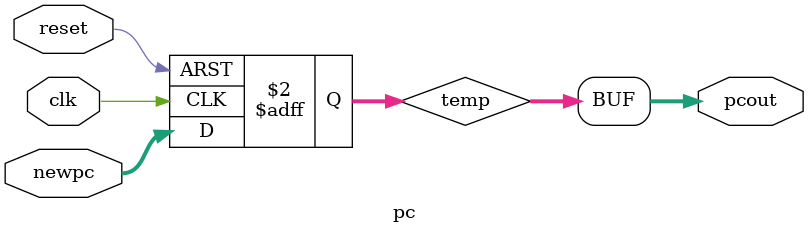
<source format=v>
module pc(clk,reset,newpc,pcout);
  //clock and reset input
  input clk,reset;
  // address of instruction npc points at
  input [29:0] newpc;
  //output that partly goes to npc
  //first ten bits go to IM, ass address of instructions are only 10 bits
  output [29:0] pcout;
  //register the address of the instruction for PC
  reg [29:0] temp;
  
  //pc out is 0, if reset is 1, else pcout is the input address from npc
  assign pcout=temp;
  always@(posedge clk,posedge reset)
  begin
    if(reset)
      temp=0;
    else
      temp=newpc;
      
  end
endmodule



</source>
